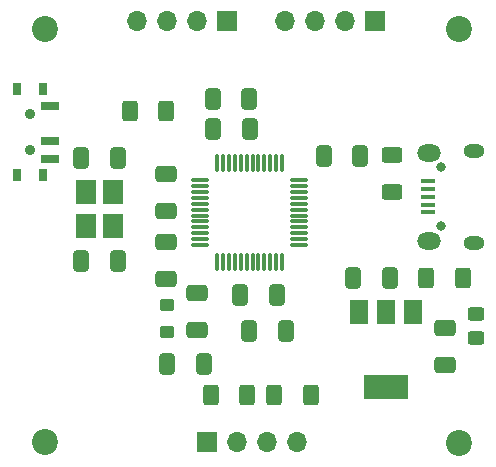
<source format=gbr>
%TF.GenerationSoftware,KiCad,Pcbnew,(6.0.10)*%
%TF.CreationDate,2023-02-14T22:37:11+03:00*%
%TF.ProjectId,BluePill,426c7565-5069-46c6-9c2e-6b696361645f,rev?*%
%TF.SameCoordinates,Original*%
%TF.FileFunction,Soldermask,Top*%
%TF.FilePolarity,Negative*%
%FSLAX46Y46*%
G04 Gerber Fmt 4.6, Leading zero omitted, Abs format (unit mm)*
G04 Created by KiCad (PCBNEW (6.0.10)) date 2023-02-14 22:37:11*
%MOMM*%
%LPD*%
G01*
G04 APERTURE LIST*
G04 Aperture macros list*
%AMRoundRect*
0 Rectangle with rounded corners*
0 $1 Rounding radius*
0 $2 $3 $4 $5 $6 $7 $8 $9 X,Y pos of 4 corners*
0 Add a 4 corners polygon primitive as box body*
4,1,4,$2,$3,$4,$5,$6,$7,$8,$9,$2,$3,0*
0 Add four circle primitives for the rounded corners*
1,1,$1+$1,$2,$3*
1,1,$1+$1,$4,$5*
1,1,$1+$1,$6,$7*
1,1,$1+$1,$8,$9*
0 Add four rect primitives between the rounded corners*
20,1,$1+$1,$2,$3,$4,$5,0*
20,1,$1+$1,$4,$5,$6,$7,0*
20,1,$1+$1,$6,$7,$8,$9,0*
20,1,$1+$1,$8,$9,$2,$3,0*%
G04 Aperture macros list end*
%ADD10RoundRect,0.250000X0.412500X0.650000X-0.412500X0.650000X-0.412500X-0.650000X0.412500X-0.650000X0*%
%ADD11C,2.200000*%
%ADD12RoundRect,0.250000X-0.412500X-0.650000X0.412500X-0.650000X0.412500X0.650000X-0.412500X0.650000X0*%
%ADD13RoundRect,0.250000X-0.350000X0.275000X-0.350000X-0.275000X0.350000X-0.275000X0.350000X0.275000X0*%
%ADD14RoundRect,0.250000X-0.650000X0.412500X-0.650000X-0.412500X0.650000X-0.412500X0.650000X0.412500X0*%
%ADD15R,0.800000X1.000000*%
%ADD16C,0.900000*%
%ADD17R,1.500000X0.700000*%
%ADD18RoundRect,0.250000X0.400000X0.625000X-0.400000X0.625000X-0.400000X-0.625000X0.400000X-0.625000X0*%
%ADD19RoundRect,0.250000X-0.625000X0.400000X-0.625000X-0.400000X0.625000X-0.400000X0.625000X0.400000X0*%
%ADD20RoundRect,0.250000X0.650000X-0.412500X0.650000X0.412500X-0.650000X0.412500X-0.650000X-0.412500X0*%
%ADD21R,1.700000X1.700000*%
%ADD22O,1.700000X1.700000*%
%ADD23R,1.800000X2.100000*%
%ADD24R,1.500000X2.000000*%
%ADD25R,3.800000X2.000000*%
%ADD26RoundRect,0.250000X-0.400000X-0.625000X0.400000X-0.625000X0.400000X0.625000X-0.400000X0.625000X0*%
%ADD27RoundRect,0.250000X-0.450000X0.325000X-0.450000X-0.325000X0.450000X-0.325000X0.450000X0.325000X0*%
%ADD28O,0.800000X0.800000*%
%ADD29R,1.300000X0.450000*%
%ADD30O,2.000000X1.450000*%
%ADD31O,1.800000X1.150000*%
%ADD32RoundRect,0.075000X-0.662500X-0.075000X0.662500X-0.075000X0.662500X0.075000X-0.662500X0.075000X0*%
%ADD33RoundRect,0.075000X-0.075000X-0.662500X0.075000X-0.662500X0.075000X0.662500X-0.075000X0.662500X0*%
G04 APERTURE END LIST*
D10*
%TO.C,C5*%
X103162500Y-58851800D03*
X100037500Y-58851800D03*
%TD*%
D11*
%TO.C,H2*%
X97000000Y-82916600D03*
%TD*%
%TO.C,H3*%
X97000000Y-48000000D03*
%TD*%
%TO.C,H4*%
X132000000Y-48000000D03*
%TD*%
D12*
%TO.C,C1*%
X123075300Y-69062600D03*
X126200300Y-69062600D03*
%TD*%
%TO.C,C13*%
X107301900Y-76352400D03*
X110426900Y-76352400D03*
%TD*%
D13*
%TO.C,FB1*%
X107340400Y-71290800D03*
X107340400Y-73590800D03*
%TD*%
D14*
%TO.C,C6*%
X107213400Y-63386100D03*
X107213400Y-60261100D03*
%TD*%
D15*
%TO.C,SW1*%
X94570000Y-53041200D03*
X96780000Y-53041200D03*
X94570000Y-60341200D03*
X96780000Y-60341200D03*
D16*
X95670000Y-58191200D03*
X95670000Y-55191200D03*
D17*
X97430000Y-54441200D03*
X97430000Y-57441200D03*
X97430000Y-58941200D03*
%TD*%
D18*
%TO.C,R3*%
X119482200Y-78943200D03*
X116382200Y-78943200D03*
%TD*%
D19*
%TO.C,R5*%
X126339600Y-61748000D03*
X126339600Y-58648000D03*
%TD*%
D14*
%TO.C,C12*%
X109829600Y-70319500D03*
X109829600Y-73444500D03*
%TD*%
D20*
%TO.C,C2*%
X130886200Y-76365500D03*
X130886200Y-73240500D03*
%TD*%
D21*
%TO.C,J1*%
X112359600Y-47244000D03*
D22*
X109819600Y-47244000D03*
X107279600Y-47244000D03*
X104739600Y-47244000D03*
%TD*%
D23*
%TO.C,Y1*%
X100424600Y-61719800D03*
X100424600Y-64619800D03*
X102724600Y-64619800D03*
X102724600Y-61719800D03*
%TD*%
D12*
%TO.C,C8*%
X120560700Y-58724800D03*
X123685700Y-58724800D03*
%TD*%
D21*
%TO.C,J2*%
X110677800Y-82931000D03*
D22*
X113217800Y-82931000D03*
X115757800Y-82931000D03*
X118297800Y-82931000D03*
%TD*%
D20*
%TO.C,C11*%
X107238800Y-69126500D03*
X107238800Y-66001500D03*
%TD*%
D24*
%TO.C,U1*%
X128157000Y-71957800D03*
X125857000Y-71957800D03*
D25*
X125857000Y-78257800D03*
D24*
X123557000Y-71957800D03*
%TD*%
D26*
%TO.C,R4*%
X104139400Y-54940200D03*
X107239400Y-54940200D03*
%TD*%
D21*
%TO.C,J3*%
X124958000Y-47244000D03*
D22*
X122418000Y-47244000D03*
X119878000Y-47244000D03*
X117338000Y-47244000D03*
%TD*%
D18*
%TO.C,R1*%
X132334600Y-69037200D03*
X129234600Y-69037200D03*
%TD*%
D27*
%TO.C,D1*%
X133502400Y-72050800D03*
X133502400Y-74100800D03*
%TD*%
D28*
%TO.C,J4*%
X130525000Y-64670000D03*
X130525000Y-59670000D03*
D29*
X129425000Y-63470000D03*
X129425000Y-62820000D03*
X129425000Y-62170000D03*
X129425000Y-61520000D03*
X129425000Y-60870000D03*
D30*
X129475000Y-58445000D03*
D31*
X133275000Y-58295000D03*
X133275000Y-66045000D03*
D30*
X129475000Y-65895000D03*
%TD*%
D10*
%TO.C,C9*%
X100062900Y-67564000D03*
X103187900Y-67564000D03*
%TD*%
D26*
%TO.C,R2*%
X110997400Y-78917800D03*
X114097400Y-78917800D03*
%TD*%
D11*
%TO.C,H1*%
X132000000Y-83000000D03*
%TD*%
D12*
%TO.C,C4*%
X114286900Y-73533000D03*
X117411900Y-73533000D03*
%TD*%
%TO.C,C3*%
X111162700Y-53898800D03*
X114287700Y-53898800D03*
%TD*%
D10*
%TO.C,C10*%
X116624500Y-70459600D03*
X113499500Y-70459600D03*
%TD*%
D12*
%TO.C,C7*%
X111213500Y-56388000D03*
X114338500Y-56388000D03*
%TD*%
D32*
%TO.C,U2*%
X110137500Y-60750000D03*
X110137500Y-61250000D03*
X110137500Y-61750000D03*
X110137500Y-62250000D03*
X110137500Y-62750000D03*
X110137500Y-63250000D03*
X110137500Y-63750000D03*
X110137500Y-64250000D03*
X110137500Y-64750000D03*
X110137500Y-65250000D03*
X110137500Y-65750000D03*
X110137500Y-66250000D03*
D33*
X111550000Y-67662500D03*
X112050000Y-67662500D03*
X112550000Y-67662500D03*
X113050000Y-67662500D03*
X113550000Y-67662500D03*
X114050000Y-67662500D03*
X114550000Y-67662500D03*
X115050000Y-67662500D03*
X115550000Y-67662500D03*
X116050000Y-67662500D03*
X116550000Y-67662500D03*
X117050000Y-67662500D03*
D32*
X118462500Y-66250000D03*
X118462500Y-65750000D03*
X118462500Y-65250000D03*
X118462500Y-64750000D03*
X118462500Y-64250000D03*
X118462500Y-63750000D03*
X118462500Y-63250000D03*
X118462500Y-62750000D03*
X118462500Y-62250000D03*
X118462500Y-61750000D03*
X118462500Y-61250000D03*
X118462500Y-60750000D03*
D33*
X117050000Y-59337500D03*
X116550000Y-59337500D03*
X116050000Y-59337500D03*
X115550000Y-59337500D03*
X115050000Y-59337500D03*
X114550000Y-59337500D03*
X114050000Y-59337500D03*
X113550000Y-59337500D03*
X113050000Y-59337500D03*
X112550000Y-59337500D03*
X112050000Y-59337500D03*
X111550000Y-59337500D03*
%TD*%
M02*

</source>
